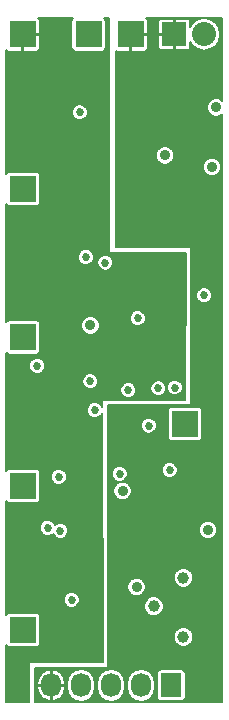
<source format=gbr>
G04 #@! TF.FileFunction,Copper,L3,Inr,Signal*
%FSLAX46Y46*%
G04 Gerber Fmt 4.6, Leading zero omitted, Abs format (unit mm)*
G04 Created by KiCad (PCBNEW 0.201505262310+5684~23~ubuntu14.04.1-product) date Mon 01 Jun 2015 21:54:35 CEST*
%MOMM*%
G01*
G04 APERTURE LIST*
%ADD10C,0.100000*%
%ADD11R,2.032000X2.032000*%
%ADD12O,2.032000X2.032000*%
%ADD13R,2.235200X2.235200*%
%ADD14R,1.727200X2.032000*%
%ADD15O,1.727200X2.032000*%
%ADD16C,1.000000*%
%ADD17C,0.889000*%
%ADD18C,0.685800*%
%ADD19C,0.152400*%
G04 APERTURE END LIST*
D10*
D11*
X82804000Y-77978000D03*
D12*
X85344000Y-77978000D03*
D13*
X69977000Y-77978000D03*
X75539600Y-77978000D03*
X79121000Y-77978000D03*
D14*
X82550000Y-133096000D03*
D15*
X80010000Y-133096000D03*
X77470000Y-133096000D03*
X74930000Y-133096000D03*
X72390000Y-133096000D03*
D13*
X69977000Y-91059000D03*
X69977000Y-103632000D03*
X69977000Y-116205000D03*
X69977000Y-128397000D03*
D16*
X83566000Y-123992000D03*
X81066000Y-126392000D03*
X83566000Y-128992000D03*
D13*
X83705700Y-110947200D03*
D17*
X85852000Y-128270000D03*
X83820000Y-93980000D03*
X80772000Y-87249000D03*
X85090000Y-102616000D03*
X77851000Y-117792500D03*
X85788500Y-113792000D03*
X78422500Y-116649500D03*
X75692000Y-102616000D03*
X82003900Y-88226900D03*
X86354920Y-84160360D03*
X85973920Y-89214960D03*
X79603600Y-124754640D03*
X85664040Y-119948960D03*
D18*
X82397600Y-114858800D03*
X81445100Y-107937300D03*
X79717900Y-102006400D03*
X76962000Y-97307400D03*
X74803000Y-84582000D03*
X75692000Y-107340400D03*
X80645000Y-111099600D03*
X75311000Y-96837500D03*
X82842100Y-107873800D03*
X71183500Y-106045000D03*
X76073000Y-109791500D03*
X72072500Y-119761000D03*
X73025000Y-115443000D03*
X78905100Y-108089700D03*
X74104500Y-125857000D03*
X73152000Y-120002300D03*
X85318600Y-100076000D03*
D17*
X76200000Y-89916000D03*
X81089500Y-101346000D03*
X75628500Y-101346000D03*
X72263000Y-101092000D03*
X72390000Y-88646000D03*
X81089500Y-103886000D03*
X75628500Y-103949500D03*
X72834500Y-126809500D03*
X72707500Y-114236500D03*
D18*
X78168500Y-115189000D03*
D19*
G36*
X83756423Y-96469200D02*
X83743877Y-108889800D01*
X83515317Y-108889800D01*
X83515317Y-107740499D01*
X83413059Y-107493017D01*
X83223878Y-107303506D01*
X82976575Y-107200817D01*
X82708799Y-107200583D01*
X82461317Y-107302841D01*
X82271806Y-107492022D01*
X82169117Y-107739325D01*
X82168883Y-108007101D01*
X82271141Y-108254583D01*
X82460322Y-108444094D01*
X82707625Y-108546783D01*
X82975401Y-108547017D01*
X83222883Y-108444759D01*
X83412394Y-108255578D01*
X83515083Y-108008275D01*
X83515317Y-107740499D01*
X83515317Y-108889800D01*
X82118317Y-108889800D01*
X82118317Y-107803999D01*
X82016059Y-107556517D01*
X81826878Y-107367006D01*
X81579575Y-107264317D01*
X81311799Y-107264083D01*
X81064317Y-107366341D01*
X80874806Y-107555522D01*
X80772117Y-107802825D01*
X80771883Y-108070601D01*
X80874141Y-108318083D01*
X81063322Y-108507594D01*
X81310625Y-108610283D01*
X81578401Y-108610517D01*
X81825883Y-108508259D01*
X82015394Y-108319078D01*
X82118083Y-108071775D01*
X82118317Y-107803999D01*
X82118317Y-108889800D01*
X80391117Y-108889800D01*
X80391117Y-101873099D01*
X80288859Y-101625617D01*
X80099678Y-101436106D01*
X79852375Y-101333417D01*
X79584599Y-101333183D01*
X79337117Y-101435441D01*
X79147606Y-101624622D01*
X79044917Y-101871925D01*
X79044683Y-102139701D01*
X79146941Y-102387183D01*
X79336122Y-102576694D01*
X79583425Y-102679383D01*
X79851201Y-102679617D01*
X80098683Y-102577359D01*
X80288194Y-102388178D01*
X80390883Y-102140875D01*
X80391117Y-101873099D01*
X80391117Y-108889800D01*
X79578317Y-108889800D01*
X79578317Y-107956399D01*
X79476059Y-107708917D01*
X79286878Y-107519406D01*
X79039575Y-107416717D01*
X78771799Y-107416483D01*
X78524317Y-107518741D01*
X78334806Y-107707922D01*
X78232117Y-107955225D01*
X78231883Y-108223001D01*
X78334141Y-108470483D01*
X78523322Y-108659994D01*
X78770625Y-108762683D01*
X79038401Y-108762917D01*
X79285883Y-108660659D01*
X79475394Y-108471478D01*
X79578083Y-108224175D01*
X79578317Y-107956399D01*
X79578317Y-108889800D01*
X77635217Y-108889800D01*
X77635217Y-97174099D01*
X77532959Y-96926617D01*
X77343778Y-96737106D01*
X77096475Y-96634417D01*
X76828699Y-96634183D01*
X76581217Y-96736441D01*
X76391706Y-96925622D01*
X76289017Y-97172925D01*
X76288783Y-97440701D01*
X76391041Y-97688183D01*
X76580222Y-97877694D01*
X76827525Y-97980383D01*
X77095301Y-97980617D01*
X77342783Y-97878359D01*
X77532294Y-97689178D01*
X77634983Y-97441875D01*
X77635217Y-97174099D01*
X77635217Y-108889800D01*
X76695082Y-108889800D01*
X76696939Y-109538939D01*
X76643959Y-109410717D01*
X76466834Y-109233283D01*
X76466834Y-102462579D01*
X76349141Y-102177741D01*
X76131405Y-101959624D01*
X75984217Y-101898506D01*
X75984217Y-96704199D01*
X75881959Y-96456717D01*
X75692778Y-96267206D01*
X75476217Y-96177282D01*
X75476217Y-84448699D01*
X75373959Y-84201217D01*
X75184778Y-84011706D01*
X74937475Y-83909017D01*
X74669699Y-83908783D01*
X74422217Y-84011041D01*
X74232706Y-84200222D01*
X74130017Y-84447525D01*
X74129783Y-84715301D01*
X74232041Y-84962783D01*
X74421222Y-85152294D01*
X74668525Y-85254983D01*
X74936301Y-85255217D01*
X75183783Y-85152959D01*
X75373294Y-84963778D01*
X75475983Y-84716475D01*
X75476217Y-84448699D01*
X75476217Y-96177282D01*
X75445475Y-96164517D01*
X75177699Y-96164283D01*
X74930217Y-96266541D01*
X74740706Y-96455722D01*
X74638017Y-96703025D01*
X74637783Y-96970801D01*
X74740041Y-97218283D01*
X74929222Y-97407794D01*
X75176525Y-97510483D01*
X75444301Y-97510717D01*
X75691783Y-97408459D01*
X75881294Y-97219278D01*
X75983983Y-96971975D01*
X75984217Y-96704199D01*
X75984217Y-101898506D01*
X75846773Y-101841435D01*
X75538579Y-101841166D01*
X75253741Y-101958859D01*
X75035624Y-102176595D01*
X74917435Y-102461227D01*
X74917166Y-102769421D01*
X75034859Y-103054259D01*
X75252595Y-103272376D01*
X75537227Y-103390565D01*
X75845421Y-103390834D01*
X76130259Y-103273141D01*
X76348376Y-103055405D01*
X76466565Y-102770773D01*
X76466834Y-102462579D01*
X76466834Y-109233283D01*
X76454778Y-109221206D01*
X76365217Y-109184017D01*
X76365217Y-107207099D01*
X76262959Y-106959617D01*
X76073778Y-106770106D01*
X75826475Y-106667417D01*
X75558699Y-106667183D01*
X75311217Y-106769441D01*
X75121706Y-106958622D01*
X75019017Y-107205925D01*
X75018783Y-107473701D01*
X75121041Y-107721183D01*
X75310222Y-107910694D01*
X75557525Y-108013383D01*
X75825301Y-108013617D01*
X76072783Y-107911359D01*
X76262294Y-107722178D01*
X76364983Y-107474875D01*
X76365217Y-107207099D01*
X76365217Y-109184017D01*
X76207475Y-109118517D01*
X75939699Y-109118283D01*
X75692217Y-109220541D01*
X75502706Y-109409722D01*
X75400017Y-109657025D01*
X75399783Y-109924801D01*
X75502041Y-110172283D01*
X75691222Y-110361794D01*
X75938525Y-110464483D01*
X76206301Y-110464717D01*
X76453783Y-110362459D01*
X76643294Y-110173278D01*
X76698375Y-110040626D01*
X76758582Y-131076700D01*
X74777717Y-131076700D01*
X74777717Y-125723699D01*
X74675459Y-125476217D01*
X74486278Y-125286706D01*
X74238975Y-125184017D01*
X73971199Y-125183783D01*
X73825217Y-125244101D01*
X73825217Y-119868999D01*
X73722959Y-119621517D01*
X73698217Y-119596731D01*
X73698217Y-115309699D01*
X73595959Y-115062217D01*
X73406778Y-114872706D01*
X73159475Y-114770017D01*
X72891699Y-114769783D01*
X72644217Y-114872041D01*
X72454706Y-115061222D01*
X72352017Y-115308525D01*
X72351783Y-115576301D01*
X72454041Y-115823783D01*
X72643222Y-116013294D01*
X72890525Y-116115983D01*
X73158301Y-116116217D01*
X73405783Y-116013959D01*
X73595294Y-115824778D01*
X73697983Y-115577475D01*
X73698217Y-115309699D01*
X73698217Y-119596731D01*
X73533778Y-119432006D01*
X73286475Y-119329317D01*
X73018699Y-119329083D01*
X72771217Y-119431341D01*
X72695722Y-119506703D01*
X72643459Y-119380217D01*
X72454278Y-119190706D01*
X72206975Y-119088017D01*
X71939199Y-119087783D01*
X71856717Y-119121864D01*
X71856717Y-105911699D01*
X71754459Y-105664217D01*
X71565278Y-105474706D01*
X71317975Y-105372017D01*
X71050199Y-105371783D01*
X70802717Y-105474041D01*
X70613206Y-105663222D01*
X70510517Y-105910525D01*
X70510283Y-106178301D01*
X70612541Y-106425783D01*
X70801722Y-106615294D01*
X71049025Y-106717983D01*
X71316801Y-106718217D01*
X71564283Y-106615959D01*
X71753794Y-106426778D01*
X71856483Y-106179475D01*
X71856717Y-105911699D01*
X71856717Y-119121864D01*
X71691717Y-119190041D01*
X71502206Y-119379222D01*
X71399517Y-119626525D01*
X71399283Y-119894301D01*
X71501541Y-120141783D01*
X71690722Y-120331294D01*
X71938025Y-120433983D01*
X72205801Y-120434217D01*
X72453283Y-120331959D01*
X72528777Y-120256596D01*
X72581041Y-120383083D01*
X72770222Y-120572594D01*
X73017525Y-120675283D01*
X73285301Y-120675517D01*
X73532783Y-120573259D01*
X73722294Y-120384078D01*
X73824983Y-120136775D01*
X73825217Y-119868999D01*
X73825217Y-125244101D01*
X73723717Y-125286041D01*
X73534206Y-125475222D01*
X73431517Y-125722525D01*
X73431283Y-125990301D01*
X73533541Y-126237783D01*
X73722722Y-126427294D01*
X73970025Y-126529983D01*
X74237801Y-126530217D01*
X74485283Y-126427959D01*
X74674794Y-126238778D01*
X74777483Y-125991475D01*
X74777717Y-125723699D01*
X74777717Y-131076700D01*
X70497700Y-131076700D01*
X70497700Y-134493800D01*
X68579200Y-134493800D01*
X68579200Y-129689280D01*
X68619850Y-129751162D01*
X68729587Y-129825236D01*
X68859400Y-129851269D01*
X71094600Y-129851269D01*
X71220504Y-129826841D01*
X71331162Y-129754150D01*
X71405236Y-129644413D01*
X71431269Y-129514600D01*
X71431269Y-127279400D01*
X71406841Y-127153496D01*
X71334150Y-127042838D01*
X71224413Y-126968764D01*
X71094600Y-126942731D01*
X68859400Y-126942731D01*
X68733496Y-126967159D01*
X68622838Y-127039850D01*
X68579200Y-127104497D01*
X68579200Y-117497280D01*
X68619850Y-117559162D01*
X68729587Y-117633236D01*
X68859400Y-117659269D01*
X71094600Y-117659269D01*
X71220504Y-117634841D01*
X71331162Y-117562150D01*
X71405236Y-117452413D01*
X71431269Y-117322600D01*
X71431269Y-115087400D01*
X71406841Y-114961496D01*
X71334150Y-114850838D01*
X71224413Y-114776764D01*
X71094600Y-114750731D01*
X68859400Y-114750731D01*
X68733496Y-114775159D01*
X68622838Y-114847850D01*
X68579200Y-114912497D01*
X68579200Y-104924280D01*
X68619850Y-104986162D01*
X68729587Y-105060236D01*
X68859400Y-105086269D01*
X71094600Y-105086269D01*
X71220504Y-105061841D01*
X71331162Y-104989150D01*
X71405236Y-104879413D01*
X71431269Y-104749600D01*
X71431269Y-102514400D01*
X71406841Y-102388496D01*
X71334150Y-102277838D01*
X71224413Y-102203764D01*
X71094600Y-102177731D01*
X68859400Y-102177731D01*
X68733496Y-102202159D01*
X68622838Y-102274850D01*
X68579200Y-102339497D01*
X68579200Y-92351280D01*
X68619850Y-92413162D01*
X68729587Y-92487236D01*
X68859400Y-92513269D01*
X71094600Y-92513269D01*
X71220504Y-92488841D01*
X71331162Y-92416150D01*
X71405236Y-92306413D01*
X71431269Y-92176600D01*
X71431269Y-89941400D01*
X71424800Y-89908058D01*
X71424800Y-79161281D01*
X71424800Y-79029919D01*
X71424800Y-78111350D01*
X71342250Y-78028800D01*
X70027800Y-78028800D01*
X70027800Y-79343250D01*
X70110350Y-79425800D01*
X71160281Y-79425800D01*
X71281643Y-79375530D01*
X71374530Y-79282643D01*
X71424800Y-79161281D01*
X71424800Y-89908058D01*
X71406841Y-89815496D01*
X71334150Y-89704838D01*
X71224413Y-89630764D01*
X71094600Y-89604731D01*
X68859400Y-89604731D01*
X68733496Y-89629159D01*
X68622838Y-89701850D01*
X68579200Y-89766497D01*
X68579200Y-79281991D01*
X68579470Y-79282643D01*
X68672357Y-79375530D01*
X68793719Y-79425800D01*
X69843650Y-79425800D01*
X69926200Y-79343250D01*
X69926200Y-78028800D01*
X69906200Y-78028800D01*
X69906200Y-77927200D01*
X69926200Y-77927200D01*
X69926200Y-77907200D01*
X70027800Y-77907200D01*
X70027800Y-77927200D01*
X71342250Y-77927200D01*
X71424800Y-77844650D01*
X71424800Y-76926081D01*
X71424800Y-76794719D01*
X71374530Y-76673357D01*
X71281643Y-76580470D01*
X71280991Y-76580200D01*
X74247319Y-76580200D01*
X74185438Y-76620850D01*
X74111364Y-76730587D01*
X74085331Y-76860400D01*
X74085331Y-79095600D01*
X74109759Y-79221504D01*
X74182450Y-79332162D01*
X74292187Y-79406236D01*
X74422000Y-79432269D01*
X76657200Y-79432269D01*
X76783104Y-79407841D01*
X76893762Y-79335150D01*
X76967836Y-79225413D01*
X76993869Y-79095600D01*
X76993869Y-76860400D01*
X76969441Y-76734496D01*
X76896750Y-76623838D01*
X76832102Y-76580200D01*
X77291737Y-76580200D01*
X77266704Y-96469200D01*
X83756423Y-96469200D01*
X83756423Y-96469200D01*
G37*
X83756423Y-96469200D02*
X83743877Y-108889800D01*
X83515317Y-108889800D01*
X83515317Y-107740499D01*
X83413059Y-107493017D01*
X83223878Y-107303506D01*
X82976575Y-107200817D01*
X82708799Y-107200583D01*
X82461317Y-107302841D01*
X82271806Y-107492022D01*
X82169117Y-107739325D01*
X82168883Y-108007101D01*
X82271141Y-108254583D01*
X82460322Y-108444094D01*
X82707625Y-108546783D01*
X82975401Y-108547017D01*
X83222883Y-108444759D01*
X83412394Y-108255578D01*
X83515083Y-108008275D01*
X83515317Y-107740499D01*
X83515317Y-108889800D01*
X82118317Y-108889800D01*
X82118317Y-107803999D01*
X82016059Y-107556517D01*
X81826878Y-107367006D01*
X81579575Y-107264317D01*
X81311799Y-107264083D01*
X81064317Y-107366341D01*
X80874806Y-107555522D01*
X80772117Y-107802825D01*
X80771883Y-108070601D01*
X80874141Y-108318083D01*
X81063322Y-108507594D01*
X81310625Y-108610283D01*
X81578401Y-108610517D01*
X81825883Y-108508259D01*
X82015394Y-108319078D01*
X82118083Y-108071775D01*
X82118317Y-107803999D01*
X82118317Y-108889800D01*
X80391117Y-108889800D01*
X80391117Y-101873099D01*
X80288859Y-101625617D01*
X80099678Y-101436106D01*
X79852375Y-101333417D01*
X79584599Y-101333183D01*
X79337117Y-101435441D01*
X79147606Y-101624622D01*
X79044917Y-101871925D01*
X79044683Y-102139701D01*
X79146941Y-102387183D01*
X79336122Y-102576694D01*
X79583425Y-102679383D01*
X79851201Y-102679617D01*
X80098683Y-102577359D01*
X80288194Y-102388178D01*
X80390883Y-102140875D01*
X80391117Y-101873099D01*
X80391117Y-108889800D01*
X79578317Y-108889800D01*
X79578317Y-107956399D01*
X79476059Y-107708917D01*
X79286878Y-107519406D01*
X79039575Y-107416717D01*
X78771799Y-107416483D01*
X78524317Y-107518741D01*
X78334806Y-107707922D01*
X78232117Y-107955225D01*
X78231883Y-108223001D01*
X78334141Y-108470483D01*
X78523322Y-108659994D01*
X78770625Y-108762683D01*
X79038401Y-108762917D01*
X79285883Y-108660659D01*
X79475394Y-108471478D01*
X79578083Y-108224175D01*
X79578317Y-107956399D01*
X79578317Y-108889800D01*
X77635217Y-108889800D01*
X77635217Y-97174099D01*
X77532959Y-96926617D01*
X77343778Y-96737106D01*
X77096475Y-96634417D01*
X76828699Y-96634183D01*
X76581217Y-96736441D01*
X76391706Y-96925622D01*
X76289017Y-97172925D01*
X76288783Y-97440701D01*
X76391041Y-97688183D01*
X76580222Y-97877694D01*
X76827525Y-97980383D01*
X77095301Y-97980617D01*
X77342783Y-97878359D01*
X77532294Y-97689178D01*
X77634983Y-97441875D01*
X77635217Y-97174099D01*
X77635217Y-108889800D01*
X76695082Y-108889800D01*
X76696939Y-109538939D01*
X76643959Y-109410717D01*
X76466834Y-109233283D01*
X76466834Y-102462579D01*
X76349141Y-102177741D01*
X76131405Y-101959624D01*
X75984217Y-101898506D01*
X75984217Y-96704199D01*
X75881959Y-96456717D01*
X75692778Y-96267206D01*
X75476217Y-96177282D01*
X75476217Y-84448699D01*
X75373959Y-84201217D01*
X75184778Y-84011706D01*
X74937475Y-83909017D01*
X74669699Y-83908783D01*
X74422217Y-84011041D01*
X74232706Y-84200222D01*
X74130017Y-84447525D01*
X74129783Y-84715301D01*
X74232041Y-84962783D01*
X74421222Y-85152294D01*
X74668525Y-85254983D01*
X74936301Y-85255217D01*
X75183783Y-85152959D01*
X75373294Y-84963778D01*
X75475983Y-84716475D01*
X75476217Y-84448699D01*
X75476217Y-96177282D01*
X75445475Y-96164517D01*
X75177699Y-96164283D01*
X74930217Y-96266541D01*
X74740706Y-96455722D01*
X74638017Y-96703025D01*
X74637783Y-96970801D01*
X74740041Y-97218283D01*
X74929222Y-97407794D01*
X75176525Y-97510483D01*
X75444301Y-97510717D01*
X75691783Y-97408459D01*
X75881294Y-97219278D01*
X75983983Y-96971975D01*
X75984217Y-96704199D01*
X75984217Y-101898506D01*
X75846773Y-101841435D01*
X75538579Y-101841166D01*
X75253741Y-101958859D01*
X75035624Y-102176595D01*
X74917435Y-102461227D01*
X74917166Y-102769421D01*
X75034859Y-103054259D01*
X75252595Y-103272376D01*
X75537227Y-103390565D01*
X75845421Y-103390834D01*
X76130259Y-103273141D01*
X76348376Y-103055405D01*
X76466565Y-102770773D01*
X76466834Y-102462579D01*
X76466834Y-109233283D01*
X76454778Y-109221206D01*
X76365217Y-109184017D01*
X76365217Y-107207099D01*
X76262959Y-106959617D01*
X76073778Y-106770106D01*
X75826475Y-106667417D01*
X75558699Y-106667183D01*
X75311217Y-106769441D01*
X75121706Y-106958622D01*
X75019017Y-107205925D01*
X75018783Y-107473701D01*
X75121041Y-107721183D01*
X75310222Y-107910694D01*
X75557525Y-108013383D01*
X75825301Y-108013617D01*
X76072783Y-107911359D01*
X76262294Y-107722178D01*
X76364983Y-107474875D01*
X76365217Y-107207099D01*
X76365217Y-109184017D01*
X76207475Y-109118517D01*
X75939699Y-109118283D01*
X75692217Y-109220541D01*
X75502706Y-109409722D01*
X75400017Y-109657025D01*
X75399783Y-109924801D01*
X75502041Y-110172283D01*
X75691222Y-110361794D01*
X75938525Y-110464483D01*
X76206301Y-110464717D01*
X76453783Y-110362459D01*
X76643294Y-110173278D01*
X76698375Y-110040626D01*
X76758582Y-131076700D01*
X74777717Y-131076700D01*
X74777717Y-125723699D01*
X74675459Y-125476217D01*
X74486278Y-125286706D01*
X74238975Y-125184017D01*
X73971199Y-125183783D01*
X73825217Y-125244101D01*
X73825217Y-119868999D01*
X73722959Y-119621517D01*
X73698217Y-119596731D01*
X73698217Y-115309699D01*
X73595959Y-115062217D01*
X73406778Y-114872706D01*
X73159475Y-114770017D01*
X72891699Y-114769783D01*
X72644217Y-114872041D01*
X72454706Y-115061222D01*
X72352017Y-115308525D01*
X72351783Y-115576301D01*
X72454041Y-115823783D01*
X72643222Y-116013294D01*
X72890525Y-116115983D01*
X73158301Y-116116217D01*
X73405783Y-116013959D01*
X73595294Y-115824778D01*
X73697983Y-115577475D01*
X73698217Y-115309699D01*
X73698217Y-119596731D01*
X73533778Y-119432006D01*
X73286475Y-119329317D01*
X73018699Y-119329083D01*
X72771217Y-119431341D01*
X72695722Y-119506703D01*
X72643459Y-119380217D01*
X72454278Y-119190706D01*
X72206975Y-119088017D01*
X71939199Y-119087783D01*
X71856717Y-119121864D01*
X71856717Y-105911699D01*
X71754459Y-105664217D01*
X71565278Y-105474706D01*
X71317975Y-105372017D01*
X71050199Y-105371783D01*
X70802717Y-105474041D01*
X70613206Y-105663222D01*
X70510517Y-105910525D01*
X70510283Y-106178301D01*
X70612541Y-106425783D01*
X70801722Y-106615294D01*
X71049025Y-106717983D01*
X71316801Y-106718217D01*
X71564283Y-106615959D01*
X71753794Y-106426778D01*
X71856483Y-106179475D01*
X71856717Y-105911699D01*
X71856717Y-119121864D01*
X71691717Y-119190041D01*
X71502206Y-119379222D01*
X71399517Y-119626525D01*
X71399283Y-119894301D01*
X71501541Y-120141783D01*
X71690722Y-120331294D01*
X71938025Y-120433983D01*
X72205801Y-120434217D01*
X72453283Y-120331959D01*
X72528777Y-120256596D01*
X72581041Y-120383083D01*
X72770222Y-120572594D01*
X73017525Y-120675283D01*
X73285301Y-120675517D01*
X73532783Y-120573259D01*
X73722294Y-120384078D01*
X73824983Y-120136775D01*
X73825217Y-119868999D01*
X73825217Y-125244101D01*
X73723717Y-125286041D01*
X73534206Y-125475222D01*
X73431517Y-125722525D01*
X73431283Y-125990301D01*
X73533541Y-126237783D01*
X73722722Y-126427294D01*
X73970025Y-126529983D01*
X74237801Y-126530217D01*
X74485283Y-126427959D01*
X74674794Y-126238778D01*
X74777483Y-125991475D01*
X74777717Y-125723699D01*
X74777717Y-131076700D01*
X70497700Y-131076700D01*
X70497700Y-134493800D01*
X68579200Y-134493800D01*
X68579200Y-129689280D01*
X68619850Y-129751162D01*
X68729587Y-129825236D01*
X68859400Y-129851269D01*
X71094600Y-129851269D01*
X71220504Y-129826841D01*
X71331162Y-129754150D01*
X71405236Y-129644413D01*
X71431269Y-129514600D01*
X71431269Y-127279400D01*
X71406841Y-127153496D01*
X71334150Y-127042838D01*
X71224413Y-126968764D01*
X71094600Y-126942731D01*
X68859400Y-126942731D01*
X68733496Y-126967159D01*
X68622838Y-127039850D01*
X68579200Y-127104497D01*
X68579200Y-117497280D01*
X68619850Y-117559162D01*
X68729587Y-117633236D01*
X68859400Y-117659269D01*
X71094600Y-117659269D01*
X71220504Y-117634841D01*
X71331162Y-117562150D01*
X71405236Y-117452413D01*
X71431269Y-117322600D01*
X71431269Y-115087400D01*
X71406841Y-114961496D01*
X71334150Y-114850838D01*
X71224413Y-114776764D01*
X71094600Y-114750731D01*
X68859400Y-114750731D01*
X68733496Y-114775159D01*
X68622838Y-114847850D01*
X68579200Y-114912497D01*
X68579200Y-104924280D01*
X68619850Y-104986162D01*
X68729587Y-105060236D01*
X68859400Y-105086269D01*
X71094600Y-105086269D01*
X71220504Y-105061841D01*
X71331162Y-104989150D01*
X71405236Y-104879413D01*
X71431269Y-104749600D01*
X71431269Y-102514400D01*
X71406841Y-102388496D01*
X71334150Y-102277838D01*
X71224413Y-102203764D01*
X71094600Y-102177731D01*
X68859400Y-102177731D01*
X68733496Y-102202159D01*
X68622838Y-102274850D01*
X68579200Y-102339497D01*
X68579200Y-92351280D01*
X68619850Y-92413162D01*
X68729587Y-92487236D01*
X68859400Y-92513269D01*
X71094600Y-92513269D01*
X71220504Y-92488841D01*
X71331162Y-92416150D01*
X71405236Y-92306413D01*
X71431269Y-92176600D01*
X71431269Y-89941400D01*
X71424800Y-89908058D01*
X71424800Y-79161281D01*
X71424800Y-79029919D01*
X71424800Y-78111350D01*
X71342250Y-78028800D01*
X70027800Y-78028800D01*
X70027800Y-79343250D01*
X70110350Y-79425800D01*
X71160281Y-79425800D01*
X71281643Y-79375530D01*
X71374530Y-79282643D01*
X71424800Y-79161281D01*
X71424800Y-89908058D01*
X71406841Y-89815496D01*
X71334150Y-89704838D01*
X71224413Y-89630764D01*
X71094600Y-89604731D01*
X68859400Y-89604731D01*
X68733496Y-89629159D01*
X68622838Y-89701850D01*
X68579200Y-89766497D01*
X68579200Y-79281991D01*
X68579470Y-79282643D01*
X68672357Y-79375530D01*
X68793719Y-79425800D01*
X69843650Y-79425800D01*
X69926200Y-79343250D01*
X69926200Y-78028800D01*
X69906200Y-78028800D01*
X69906200Y-77927200D01*
X69926200Y-77927200D01*
X69926200Y-77907200D01*
X70027800Y-77907200D01*
X70027800Y-77927200D01*
X71342250Y-77927200D01*
X71424800Y-77844650D01*
X71424800Y-76926081D01*
X71424800Y-76794719D01*
X71374530Y-76673357D01*
X71281643Y-76580470D01*
X71280991Y-76580200D01*
X74247319Y-76580200D01*
X74185438Y-76620850D01*
X74111364Y-76730587D01*
X74085331Y-76860400D01*
X74085331Y-79095600D01*
X74109759Y-79221504D01*
X74182450Y-79332162D01*
X74292187Y-79406236D01*
X74422000Y-79432269D01*
X76657200Y-79432269D01*
X76783104Y-79407841D01*
X76893762Y-79335150D01*
X76967836Y-79225413D01*
X76993869Y-79095600D01*
X76993869Y-76860400D01*
X76969441Y-76734496D01*
X76896750Y-76623838D01*
X76832102Y-76580200D01*
X77291737Y-76580200D01*
X77266704Y-96469200D01*
X83756423Y-96469200D01*
G36*
X86868800Y-134493800D02*
X86748754Y-134493800D01*
X86748754Y-89061539D01*
X86631061Y-88776701D01*
X86413325Y-88558584D01*
X86128693Y-88440395D01*
X85820499Y-88440126D01*
X85535661Y-88557819D01*
X85317544Y-88775555D01*
X85199355Y-89060187D01*
X85199086Y-89368381D01*
X85316779Y-89653219D01*
X85534515Y-89871336D01*
X85819147Y-89989525D01*
X86127341Y-89989794D01*
X86412179Y-89872101D01*
X86630296Y-89654365D01*
X86748485Y-89369733D01*
X86748754Y-89061539D01*
X86748754Y-134493800D01*
X86438874Y-134493800D01*
X86438874Y-119795539D01*
X86321181Y-119510701D01*
X86103445Y-119292584D01*
X85991817Y-119246232D01*
X85991817Y-99942699D01*
X85889559Y-99695217D01*
X85700378Y-99505706D01*
X85453075Y-99403017D01*
X85185299Y-99402783D01*
X84937817Y-99505041D01*
X84748306Y-99694222D01*
X84645617Y-99941525D01*
X84645383Y-100209301D01*
X84747641Y-100456783D01*
X84936822Y-100646294D01*
X85184125Y-100748983D01*
X85451901Y-100749217D01*
X85699383Y-100646959D01*
X85888894Y-100457778D01*
X85991583Y-100210475D01*
X85991817Y-99942699D01*
X85991817Y-119246232D01*
X85818813Y-119174395D01*
X85510619Y-119174126D01*
X85225781Y-119291819D01*
X85159969Y-119357516D01*
X85159969Y-112064800D01*
X85159969Y-109829600D01*
X85135541Y-109703696D01*
X85062850Y-109593038D01*
X84953113Y-109518964D01*
X84823300Y-109492931D01*
X82588100Y-109492931D01*
X82462196Y-109517359D01*
X82351538Y-109590050D01*
X82277464Y-109699787D01*
X82251431Y-109829600D01*
X82251431Y-112064800D01*
X82275859Y-112190704D01*
X82348550Y-112301362D01*
X82458287Y-112375436D01*
X82588100Y-112401469D01*
X84823300Y-112401469D01*
X84949204Y-112377041D01*
X85059862Y-112304350D01*
X85133936Y-112194613D01*
X85159969Y-112064800D01*
X85159969Y-119357516D01*
X85007664Y-119509555D01*
X84889475Y-119794187D01*
X84889206Y-120102381D01*
X85006899Y-120387219D01*
X85224635Y-120605336D01*
X85509267Y-120723525D01*
X85817461Y-120723794D01*
X86102299Y-120606101D01*
X86320416Y-120388365D01*
X86438605Y-120103733D01*
X86438874Y-119795539D01*
X86438874Y-134493800D01*
X84396344Y-134493800D01*
X84396344Y-128827587D01*
X84396344Y-123827587D01*
X84270220Y-123522344D01*
X84036885Y-123288601D01*
X83731862Y-123161944D01*
X83401587Y-123161656D01*
X83096344Y-123287780D01*
X83070817Y-123313262D01*
X83070817Y-114725499D01*
X82968559Y-114478017D01*
X82779378Y-114288506D01*
X82532075Y-114185817D01*
X82264299Y-114185583D01*
X82016817Y-114287841D01*
X81827306Y-114477022D01*
X81724617Y-114724325D01*
X81724383Y-114992101D01*
X81826641Y-115239583D01*
X82015822Y-115429094D01*
X82263125Y-115531783D01*
X82530901Y-115532017D01*
X82778383Y-115429759D01*
X82967894Y-115240578D01*
X83070583Y-114993275D01*
X83070817Y-114725499D01*
X83070817Y-123313262D01*
X82862601Y-123521115D01*
X82735944Y-123826138D01*
X82735656Y-124156413D01*
X82861780Y-124461656D01*
X83095115Y-124695399D01*
X83400138Y-124822056D01*
X83730413Y-124822344D01*
X84035656Y-124696220D01*
X84269399Y-124462885D01*
X84396056Y-124157862D01*
X84396344Y-123827587D01*
X84396344Y-128827587D01*
X84270220Y-128522344D01*
X84036885Y-128288601D01*
X83731862Y-128161944D01*
X83401587Y-128161656D01*
X83096344Y-128287780D01*
X82862601Y-128521115D01*
X82735944Y-128826138D01*
X82735656Y-129156413D01*
X82861780Y-129461656D01*
X83095115Y-129695399D01*
X83400138Y-129822056D01*
X83730413Y-129822344D01*
X84035656Y-129696220D01*
X84269399Y-129462885D01*
X84396056Y-129157862D01*
X84396344Y-128827587D01*
X84396344Y-134493800D01*
X83750269Y-134493800D01*
X83750269Y-134112000D01*
X83750269Y-132080000D01*
X83725841Y-131954096D01*
X83653150Y-131843438D01*
X83543413Y-131769364D01*
X83413600Y-131743331D01*
X81896344Y-131743331D01*
X81896344Y-126227587D01*
X81770220Y-125922344D01*
X81536885Y-125688601D01*
X81318217Y-125597801D01*
X81318217Y-110966299D01*
X81215959Y-110718817D01*
X81026778Y-110529306D01*
X80779475Y-110426617D01*
X80511699Y-110426383D01*
X80264217Y-110528641D01*
X80074706Y-110717822D01*
X79972017Y-110965125D01*
X79971783Y-111232901D01*
X80074041Y-111480383D01*
X80263222Y-111669894D01*
X80510525Y-111772583D01*
X80778301Y-111772817D01*
X81025783Y-111670559D01*
X81215294Y-111481378D01*
X81317983Y-111234075D01*
X81318217Y-110966299D01*
X81318217Y-125597801D01*
X81231862Y-125561944D01*
X80901587Y-125561656D01*
X80596344Y-125687780D01*
X80378434Y-125905309D01*
X80378434Y-124601219D01*
X80260741Y-124316381D01*
X80043005Y-124098264D01*
X79758373Y-123980075D01*
X79450179Y-123979806D01*
X79197334Y-124084279D01*
X79197334Y-116496079D01*
X79079641Y-116211241D01*
X78861905Y-115993124D01*
X78841717Y-115984741D01*
X78841717Y-115055699D01*
X78739459Y-114808217D01*
X78550278Y-114618706D01*
X78302975Y-114516017D01*
X78035199Y-114515783D01*
X77787717Y-114618041D01*
X77598206Y-114807222D01*
X77495517Y-115054525D01*
X77495283Y-115322301D01*
X77597541Y-115569783D01*
X77786722Y-115759294D01*
X78034025Y-115861983D01*
X78301801Y-115862217D01*
X78549283Y-115759959D01*
X78738794Y-115570778D01*
X78841483Y-115323475D01*
X78841717Y-115055699D01*
X78841717Y-115984741D01*
X78577273Y-115874935D01*
X78269079Y-115874666D01*
X77984241Y-115992359D01*
X77766124Y-116210095D01*
X77647935Y-116494727D01*
X77647666Y-116802921D01*
X77765359Y-117087759D01*
X77983095Y-117305876D01*
X78267727Y-117424065D01*
X78575921Y-117424334D01*
X78860759Y-117306641D01*
X79078876Y-117088905D01*
X79197065Y-116804273D01*
X79197334Y-116496079D01*
X79197334Y-124084279D01*
X79165341Y-124097499D01*
X78947224Y-124315235D01*
X78829035Y-124599867D01*
X78828766Y-124908061D01*
X78946459Y-125192899D01*
X79164195Y-125411016D01*
X79448827Y-125529205D01*
X79757021Y-125529474D01*
X80041859Y-125411781D01*
X80259976Y-125194045D01*
X80378165Y-124909413D01*
X80378434Y-124601219D01*
X80378434Y-125905309D01*
X80362601Y-125921115D01*
X80235944Y-126226138D01*
X80235656Y-126556413D01*
X80361780Y-126861656D01*
X80595115Y-127095399D01*
X80900138Y-127222056D01*
X81230413Y-127222344D01*
X81535656Y-127096220D01*
X81769399Y-126862885D01*
X81896056Y-126557862D01*
X81896344Y-126227587D01*
X81896344Y-131743331D01*
X81686400Y-131743331D01*
X81560496Y-131767759D01*
X81449838Y-131840450D01*
X81375764Y-131950187D01*
X81349731Y-132080000D01*
X81349731Y-134112000D01*
X81374159Y-134237904D01*
X81446850Y-134348562D01*
X81556587Y-134422636D01*
X81686400Y-134448669D01*
X83413600Y-134448669D01*
X83539504Y-134424241D01*
X83650162Y-134351550D01*
X83724236Y-134241813D01*
X83750269Y-134112000D01*
X83750269Y-134493800D01*
X81203800Y-134493800D01*
X81203800Y-133274774D01*
X81203800Y-132917226D01*
X81112927Y-132460379D01*
X80854144Y-132073082D01*
X80466847Y-131814299D01*
X80010000Y-131723426D01*
X79553153Y-131814299D01*
X79165856Y-132073082D01*
X78907073Y-132460379D01*
X78816200Y-132917226D01*
X78816200Y-133274774D01*
X78907073Y-133731621D01*
X79165856Y-134118918D01*
X79553153Y-134377701D01*
X80010000Y-134468574D01*
X80466847Y-134377701D01*
X80854144Y-134118918D01*
X81112927Y-133731621D01*
X81203800Y-133274774D01*
X81203800Y-134493800D01*
X78663800Y-134493800D01*
X78663800Y-133274774D01*
X78663800Y-132917226D01*
X78572927Y-132460379D01*
X78314144Y-132073082D01*
X77926847Y-131814299D01*
X77470000Y-131723426D01*
X77013153Y-131814299D01*
X76625856Y-132073082D01*
X76367073Y-132460379D01*
X76276200Y-132917226D01*
X76276200Y-133274774D01*
X76367073Y-133731621D01*
X76625856Y-134118918D01*
X77013153Y-134377701D01*
X77470000Y-134468574D01*
X77926847Y-134377701D01*
X78314144Y-134118918D01*
X78572927Y-133731621D01*
X78663800Y-133274774D01*
X78663800Y-134493800D01*
X76123800Y-134493800D01*
X76123800Y-133274774D01*
X76123800Y-132917226D01*
X76032927Y-132460379D01*
X75774144Y-132073082D01*
X75386847Y-131814299D01*
X74930000Y-131723426D01*
X74473153Y-131814299D01*
X74085856Y-132073082D01*
X73827073Y-132460379D01*
X73736200Y-132917226D01*
X73736200Y-133274774D01*
X73827073Y-133731621D01*
X74085856Y-134118918D01*
X74473153Y-134377701D01*
X74930000Y-134468574D01*
X75386847Y-134377701D01*
X75774144Y-134118918D01*
X76032927Y-133731621D01*
X76123800Y-133274774D01*
X76123800Y-134493800D01*
X73583800Y-134493800D01*
X73583800Y-133299200D01*
X73583800Y-133146800D01*
X73583800Y-133045200D01*
X73583800Y-132892800D01*
X73473487Y-132439819D01*
X73198223Y-132063535D01*
X72799914Y-131821232D01*
X72626757Y-131773512D01*
X72440800Y-131833512D01*
X72440800Y-133045200D01*
X73583800Y-133045200D01*
X73583800Y-133146800D01*
X72440800Y-133146800D01*
X72440800Y-134358488D01*
X72626757Y-134418488D01*
X72799914Y-134370768D01*
X73198223Y-134128465D01*
X73473487Y-133752181D01*
X73583800Y-133299200D01*
X73583800Y-134493800D01*
X72339200Y-134493800D01*
X72339200Y-134358488D01*
X72339200Y-133146800D01*
X72339200Y-133045200D01*
X72339200Y-131833512D01*
X72153243Y-131773512D01*
X71980086Y-131821232D01*
X71581777Y-132063535D01*
X71306513Y-132439819D01*
X71196200Y-132892800D01*
X71196200Y-133045200D01*
X72339200Y-133045200D01*
X72339200Y-133146800D01*
X71196200Y-133146800D01*
X71196200Y-133299200D01*
X71306513Y-133752181D01*
X71581777Y-134128465D01*
X71980086Y-134370768D01*
X72153243Y-134418488D01*
X72339200Y-134358488D01*
X72339200Y-134493800D01*
X70967600Y-134493800D01*
X70967600Y-131633148D01*
X77177944Y-131648387D01*
X77165243Y-109344461D01*
X84251800Y-109344461D01*
X84251800Y-95984182D01*
X82778734Y-95981848D01*
X82778734Y-88073479D01*
X82753200Y-88011682D01*
X82753200Y-79241650D01*
X82753200Y-78028800D01*
X82753200Y-77927200D01*
X82753200Y-76714350D01*
X82670650Y-76631800D01*
X81853681Y-76631800D01*
X81722319Y-76631800D01*
X81600957Y-76682070D01*
X81508070Y-76774957D01*
X81457800Y-76896319D01*
X81457800Y-77844650D01*
X81540350Y-77927200D01*
X82753200Y-77927200D01*
X82753200Y-78028800D01*
X81540350Y-78028800D01*
X81457800Y-78111350D01*
X81457800Y-79059681D01*
X81508070Y-79181043D01*
X81600957Y-79273930D01*
X81722319Y-79324200D01*
X81853681Y-79324200D01*
X82670650Y-79324200D01*
X82753200Y-79241650D01*
X82753200Y-88011682D01*
X82661041Y-87788641D01*
X82443305Y-87570524D01*
X82158673Y-87452335D01*
X81850479Y-87452066D01*
X81565641Y-87569759D01*
X81347524Y-87787495D01*
X81229335Y-88072127D01*
X81229066Y-88380321D01*
X81346759Y-88665159D01*
X81564495Y-88883276D01*
X81849127Y-89001465D01*
X82157321Y-89001734D01*
X82442159Y-88884041D01*
X82660276Y-88666305D01*
X82778465Y-88381673D01*
X82778734Y-88073479D01*
X82778734Y-95981848D01*
X80568800Y-95978347D01*
X80568800Y-79161281D01*
X80568800Y-79029919D01*
X80568800Y-78111350D01*
X80486250Y-78028800D01*
X79171800Y-78028800D01*
X79171800Y-79343250D01*
X79254350Y-79425800D01*
X80304281Y-79425800D01*
X80425643Y-79375530D01*
X80518530Y-79282643D01*
X80568800Y-79161281D01*
X80568800Y-95978347D01*
X77838251Y-95974021D01*
X77827627Y-79380198D01*
X77937719Y-79425800D01*
X78987650Y-79425800D01*
X79070200Y-79343250D01*
X79070200Y-78028800D01*
X79050200Y-78028800D01*
X79050200Y-77927200D01*
X79070200Y-77927200D01*
X79070200Y-77907200D01*
X79171800Y-77907200D01*
X79171800Y-77927200D01*
X80486250Y-77927200D01*
X80568800Y-77844650D01*
X80568800Y-76926081D01*
X80568800Y-76794719D01*
X80518530Y-76673357D01*
X80425643Y-76580470D01*
X80424991Y-76580200D01*
X86868800Y-76580200D01*
X86868800Y-83578589D01*
X86794325Y-83503984D01*
X86690200Y-83460747D01*
X86690200Y-78004374D01*
X86690200Y-77951626D01*
X86587727Y-77436458D01*
X86295907Y-76999719D01*
X85859168Y-76707899D01*
X85344000Y-76605426D01*
X84828832Y-76707899D01*
X84392093Y-76999719D01*
X84150200Y-77361737D01*
X84150200Y-76896319D01*
X84099930Y-76774957D01*
X84007043Y-76682070D01*
X83885681Y-76631800D01*
X83754319Y-76631800D01*
X82937350Y-76631800D01*
X82854800Y-76714350D01*
X82854800Y-77927200D01*
X82874800Y-77927200D01*
X82874800Y-78028800D01*
X82854800Y-78028800D01*
X82854800Y-79241650D01*
X82937350Y-79324200D01*
X83754319Y-79324200D01*
X83885681Y-79324200D01*
X84007043Y-79273930D01*
X84099930Y-79181043D01*
X84150200Y-79059681D01*
X84150200Y-78594262D01*
X84392093Y-78956281D01*
X84828832Y-79248101D01*
X85344000Y-79350574D01*
X85859168Y-79248101D01*
X86295907Y-78956281D01*
X86587727Y-78519542D01*
X86690200Y-78004374D01*
X86690200Y-83460747D01*
X86509693Y-83385795D01*
X86201499Y-83385526D01*
X85916661Y-83503219D01*
X85698544Y-83720955D01*
X85580355Y-84005587D01*
X85580086Y-84313781D01*
X85697779Y-84598619D01*
X85915515Y-84816736D01*
X86200147Y-84934925D01*
X86508341Y-84935194D01*
X86793179Y-84817501D01*
X86868800Y-84742012D01*
X86868800Y-134493800D01*
X86868800Y-134493800D01*
G37*
X86868800Y-134493800D02*
X86748754Y-134493800D01*
X86748754Y-89061539D01*
X86631061Y-88776701D01*
X86413325Y-88558584D01*
X86128693Y-88440395D01*
X85820499Y-88440126D01*
X85535661Y-88557819D01*
X85317544Y-88775555D01*
X85199355Y-89060187D01*
X85199086Y-89368381D01*
X85316779Y-89653219D01*
X85534515Y-89871336D01*
X85819147Y-89989525D01*
X86127341Y-89989794D01*
X86412179Y-89872101D01*
X86630296Y-89654365D01*
X86748485Y-89369733D01*
X86748754Y-89061539D01*
X86748754Y-134493800D01*
X86438874Y-134493800D01*
X86438874Y-119795539D01*
X86321181Y-119510701D01*
X86103445Y-119292584D01*
X85991817Y-119246232D01*
X85991817Y-99942699D01*
X85889559Y-99695217D01*
X85700378Y-99505706D01*
X85453075Y-99403017D01*
X85185299Y-99402783D01*
X84937817Y-99505041D01*
X84748306Y-99694222D01*
X84645617Y-99941525D01*
X84645383Y-100209301D01*
X84747641Y-100456783D01*
X84936822Y-100646294D01*
X85184125Y-100748983D01*
X85451901Y-100749217D01*
X85699383Y-100646959D01*
X85888894Y-100457778D01*
X85991583Y-100210475D01*
X85991817Y-99942699D01*
X85991817Y-119246232D01*
X85818813Y-119174395D01*
X85510619Y-119174126D01*
X85225781Y-119291819D01*
X85159969Y-119357516D01*
X85159969Y-112064800D01*
X85159969Y-109829600D01*
X85135541Y-109703696D01*
X85062850Y-109593038D01*
X84953113Y-109518964D01*
X84823300Y-109492931D01*
X82588100Y-109492931D01*
X82462196Y-109517359D01*
X82351538Y-109590050D01*
X82277464Y-109699787D01*
X82251431Y-109829600D01*
X82251431Y-112064800D01*
X82275859Y-112190704D01*
X82348550Y-112301362D01*
X82458287Y-112375436D01*
X82588100Y-112401469D01*
X84823300Y-112401469D01*
X84949204Y-112377041D01*
X85059862Y-112304350D01*
X85133936Y-112194613D01*
X85159969Y-112064800D01*
X85159969Y-119357516D01*
X85007664Y-119509555D01*
X84889475Y-119794187D01*
X84889206Y-120102381D01*
X85006899Y-120387219D01*
X85224635Y-120605336D01*
X85509267Y-120723525D01*
X85817461Y-120723794D01*
X86102299Y-120606101D01*
X86320416Y-120388365D01*
X86438605Y-120103733D01*
X86438874Y-119795539D01*
X86438874Y-134493800D01*
X84396344Y-134493800D01*
X84396344Y-128827587D01*
X84396344Y-123827587D01*
X84270220Y-123522344D01*
X84036885Y-123288601D01*
X83731862Y-123161944D01*
X83401587Y-123161656D01*
X83096344Y-123287780D01*
X83070817Y-123313262D01*
X83070817Y-114725499D01*
X82968559Y-114478017D01*
X82779378Y-114288506D01*
X82532075Y-114185817D01*
X82264299Y-114185583D01*
X82016817Y-114287841D01*
X81827306Y-114477022D01*
X81724617Y-114724325D01*
X81724383Y-114992101D01*
X81826641Y-115239583D01*
X82015822Y-115429094D01*
X82263125Y-115531783D01*
X82530901Y-115532017D01*
X82778383Y-115429759D01*
X82967894Y-115240578D01*
X83070583Y-114993275D01*
X83070817Y-114725499D01*
X83070817Y-123313262D01*
X82862601Y-123521115D01*
X82735944Y-123826138D01*
X82735656Y-124156413D01*
X82861780Y-124461656D01*
X83095115Y-124695399D01*
X83400138Y-124822056D01*
X83730413Y-124822344D01*
X84035656Y-124696220D01*
X84269399Y-124462885D01*
X84396056Y-124157862D01*
X84396344Y-123827587D01*
X84396344Y-128827587D01*
X84270220Y-128522344D01*
X84036885Y-128288601D01*
X83731862Y-128161944D01*
X83401587Y-128161656D01*
X83096344Y-128287780D01*
X82862601Y-128521115D01*
X82735944Y-128826138D01*
X82735656Y-129156413D01*
X82861780Y-129461656D01*
X83095115Y-129695399D01*
X83400138Y-129822056D01*
X83730413Y-129822344D01*
X84035656Y-129696220D01*
X84269399Y-129462885D01*
X84396056Y-129157862D01*
X84396344Y-128827587D01*
X84396344Y-134493800D01*
X83750269Y-134493800D01*
X83750269Y-134112000D01*
X83750269Y-132080000D01*
X83725841Y-131954096D01*
X83653150Y-131843438D01*
X83543413Y-131769364D01*
X83413600Y-131743331D01*
X81896344Y-131743331D01*
X81896344Y-126227587D01*
X81770220Y-125922344D01*
X81536885Y-125688601D01*
X81318217Y-125597801D01*
X81318217Y-110966299D01*
X81215959Y-110718817D01*
X81026778Y-110529306D01*
X80779475Y-110426617D01*
X80511699Y-110426383D01*
X80264217Y-110528641D01*
X80074706Y-110717822D01*
X79972017Y-110965125D01*
X79971783Y-111232901D01*
X80074041Y-111480383D01*
X80263222Y-111669894D01*
X80510525Y-111772583D01*
X80778301Y-111772817D01*
X81025783Y-111670559D01*
X81215294Y-111481378D01*
X81317983Y-111234075D01*
X81318217Y-110966299D01*
X81318217Y-125597801D01*
X81231862Y-125561944D01*
X80901587Y-125561656D01*
X80596344Y-125687780D01*
X80378434Y-125905309D01*
X80378434Y-124601219D01*
X80260741Y-124316381D01*
X80043005Y-124098264D01*
X79758373Y-123980075D01*
X79450179Y-123979806D01*
X79197334Y-124084279D01*
X79197334Y-116496079D01*
X79079641Y-116211241D01*
X78861905Y-115993124D01*
X78841717Y-115984741D01*
X78841717Y-115055699D01*
X78739459Y-114808217D01*
X78550278Y-114618706D01*
X78302975Y-114516017D01*
X78035199Y-114515783D01*
X77787717Y-114618041D01*
X77598206Y-114807222D01*
X77495517Y-115054525D01*
X77495283Y-115322301D01*
X77597541Y-115569783D01*
X77786722Y-115759294D01*
X78034025Y-115861983D01*
X78301801Y-115862217D01*
X78549283Y-115759959D01*
X78738794Y-115570778D01*
X78841483Y-115323475D01*
X78841717Y-115055699D01*
X78841717Y-115984741D01*
X78577273Y-115874935D01*
X78269079Y-115874666D01*
X77984241Y-115992359D01*
X77766124Y-116210095D01*
X77647935Y-116494727D01*
X77647666Y-116802921D01*
X77765359Y-117087759D01*
X77983095Y-117305876D01*
X78267727Y-117424065D01*
X78575921Y-117424334D01*
X78860759Y-117306641D01*
X79078876Y-117088905D01*
X79197065Y-116804273D01*
X79197334Y-116496079D01*
X79197334Y-124084279D01*
X79165341Y-124097499D01*
X78947224Y-124315235D01*
X78829035Y-124599867D01*
X78828766Y-124908061D01*
X78946459Y-125192899D01*
X79164195Y-125411016D01*
X79448827Y-125529205D01*
X79757021Y-125529474D01*
X80041859Y-125411781D01*
X80259976Y-125194045D01*
X80378165Y-124909413D01*
X80378434Y-124601219D01*
X80378434Y-125905309D01*
X80362601Y-125921115D01*
X80235944Y-126226138D01*
X80235656Y-126556413D01*
X80361780Y-126861656D01*
X80595115Y-127095399D01*
X80900138Y-127222056D01*
X81230413Y-127222344D01*
X81535656Y-127096220D01*
X81769399Y-126862885D01*
X81896056Y-126557862D01*
X81896344Y-126227587D01*
X81896344Y-131743331D01*
X81686400Y-131743331D01*
X81560496Y-131767759D01*
X81449838Y-131840450D01*
X81375764Y-131950187D01*
X81349731Y-132080000D01*
X81349731Y-134112000D01*
X81374159Y-134237904D01*
X81446850Y-134348562D01*
X81556587Y-134422636D01*
X81686400Y-134448669D01*
X83413600Y-134448669D01*
X83539504Y-134424241D01*
X83650162Y-134351550D01*
X83724236Y-134241813D01*
X83750269Y-134112000D01*
X83750269Y-134493800D01*
X81203800Y-134493800D01*
X81203800Y-133274774D01*
X81203800Y-132917226D01*
X81112927Y-132460379D01*
X80854144Y-132073082D01*
X80466847Y-131814299D01*
X80010000Y-131723426D01*
X79553153Y-131814299D01*
X79165856Y-132073082D01*
X78907073Y-132460379D01*
X78816200Y-132917226D01*
X78816200Y-133274774D01*
X78907073Y-133731621D01*
X79165856Y-134118918D01*
X79553153Y-134377701D01*
X80010000Y-134468574D01*
X80466847Y-134377701D01*
X80854144Y-134118918D01*
X81112927Y-133731621D01*
X81203800Y-133274774D01*
X81203800Y-134493800D01*
X78663800Y-134493800D01*
X78663800Y-133274774D01*
X78663800Y-132917226D01*
X78572927Y-132460379D01*
X78314144Y-132073082D01*
X77926847Y-131814299D01*
X77470000Y-131723426D01*
X77013153Y-131814299D01*
X76625856Y-132073082D01*
X76367073Y-132460379D01*
X76276200Y-132917226D01*
X76276200Y-133274774D01*
X76367073Y-133731621D01*
X76625856Y-134118918D01*
X77013153Y-134377701D01*
X77470000Y-134468574D01*
X77926847Y-134377701D01*
X78314144Y-134118918D01*
X78572927Y-133731621D01*
X78663800Y-133274774D01*
X78663800Y-134493800D01*
X76123800Y-134493800D01*
X76123800Y-133274774D01*
X76123800Y-132917226D01*
X76032927Y-132460379D01*
X75774144Y-132073082D01*
X75386847Y-131814299D01*
X74930000Y-131723426D01*
X74473153Y-131814299D01*
X74085856Y-132073082D01*
X73827073Y-132460379D01*
X73736200Y-132917226D01*
X73736200Y-133274774D01*
X73827073Y-133731621D01*
X74085856Y-134118918D01*
X74473153Y-134377701D01*
X74930000Y-134468574D01*
X75386847Y-134377701D01*
X75774144Y-134118918D01*
X76032927Y-133731621D01*
X76123800Y-133274774D01*
X76123800Y-134493800D01*
X73583800Y-134493800D01*
X73583800Y-133299200D01*
X73583800Y-133146800D01*
X73583800Y-133045200D01*
X73583800Y-132892800D01*
X73473487Y-132439819D01*
X73198223Y-132063535D01*
X72799914Y-131821232D01*
X72626757Y-131773512D01*
X72440800Y-131833512D01*
X72440800Y-133045200D01*
X73583800Y-133045200D01*
X73583800Y-133146800D01*
X72440800Y-133146800D01*
X72440800Y-134358488D01*
X72626757Y-134418488D01*
X72799914Y-134370768D01*
X73198223Y-134128465D01*
X73473487Y-133752181D01*
X73583800Y-133299200D01*
X73583800Y-134493800D01*
X72339200Y-134493800D01*
X72339200Y-134358488D01*
X72339200Y-133146800D01*
X72339200Y-133045200D01*
X72339200Y-131833512D01*
X72153243Y-131773512D01*
X71980086Y-131821232D01*
X71581777Y-132063535D01*
X71306513Y-132439819D01*
X71196200Y-132892800D01*
X71196200Y-133045200D01*
X72339200Y-133045200D01*
X72339200Y-133146800D01*
X71196200Y-133146800D01*
X71196200Y-133299200D01*
X71306513Y-133752181D01*
X71581777Y-134128465D01*
X71980086Y-134370768D01*
X72153243Y-134418488D01*
X72339200Y-134358488D01*
X72339200Y-134493800D01*
X70967600Y-134493800D01*
X70967600Y-131633148D01*
X77177944Y-131648387D01*
X77165243Y-109344461D01*
X84251800Y-109344461D01*
X84251800Y-95984182D01*
X82778734Y-95981848D01*
X82778734Y-88073479D01*
X82753200Y-88011682D01*
X82753200Y-79241650D01*
X82753200Y-78028800D01*
X82753200Y-77927200D01*
X82753200Y-76714350D01*
X82670650Y-76631800D01*
X81853681Y-76631800D01*
X81722319Y-76631800D01*
X81600957Y-76682070D01*
X81508070Y-76774957D01*
X81457800Y-76896319D01*
X81457800Y-77844650D01*
X81540350Y-77927200D01*
X82753200Y-77927200D01*
X82753200Y-78028800D01*
X81540350Y-78028800D01*
X81457800Y-78111350D01*
X81457800Y-79059681D01*
X81508070Y-79181043D01*
X81600957Y-79273930D01*
X81722319Y-79324200D01*
X81853681Y-79324200D01*
X82670650Y-79324200D01*
X82753200Y-79241650D01*
X82753200Y-88011682D01*
X82661041Y-87788641D01*
X82443305Y-87570524D01*
X82158673Y-87452335D01*
X81850479Y-87452066D01*
X81565641Y-87569759D01*
X81347524Y-87787495D01*
X81229335Y-88072127D01*
X81229066Y-88380321D01*
X81346759Y-88665159D01*
X81564495Y-88883276D01*
X81849127Y-89001465D01*
X82157321Y-89001734D01*
X82442159Y-88884041D01*
X82660276Y-88666305D01*
X82778465Y-88381673D01*
X82778734Y-88073479D01*
X82778734Y-95981848D01*
X80568800Y-95978347D01*
X80568800Y-79161281D01*
X80568800Y-79029919D01*
X80568800Y-78111350D01*
X80486250Y-78028800D01*
X79171800Y-78028800D01*
X79171800Y-79343250D01*
X79254350Y-79425800D01*
X80304281Y-79425800D01*
X80425643Y-79375530D01*
X80518530Y-79282643D01*
X80568800Y-79161281D01*
X80568800Y-95978347D01*
X77838251Y-95974021D01*
X77827627Y-79380198D01*
X77937719Y-79425800D01*
X78987650Y-79425800D01*
X79070200Y-79343250D01*
X79070200Y-78028800D01*
X79050200Y-78028800D01*
X79050200Y-77927200D01*
X79070200Y-77927200D01*
X79070200Y-77907200D01*
X79171800Y-77907200D01*
X79171800Y-77927200D01*
X80486250Y-77927200D01*
X80568800Y-77844650D01*
X80568800Y-76926081D01*
X80568800Y-76794719D01*
X80518530Y-76673357D01*
X80425643Y-76580470D01*
X80424991Y-76580200D01*
X86868800Y-76580200D01*
X86868800Y-83578589D01*
X86794325Y-83503984D01*
X86690200Y-83460747D01*
X86690200Y-78004374D01*
X86690200Y-77951626D01*
X86587727Y-77436458D01*
X86295907Y-76999719D01*
X85859168Y-76707899D01*
X85344000Y-76605426D01*
X84828832Y-76707899D01*
X84392093Y-76999719D01*
X84150200Y-77361737D01*
X84150200Y-76896319D01*
X84099930Y-76774957D01*
X84007043Y-76682070D01*
X83885681Y-76631800D01*
X83754319Y-76631800D01*
X82937350Y-76631800D01*
X82854800Y-76714350D01*
X82854800Y-77927200D01*
X82874800Y-77927200D01*
X82874800Y-78028800D01*
X82854800Y-78028800D01*
X82854800Y-79241650D01*
X82937350Y-79324200D01*
X83754319Y-79324200D01*
X83885681Y-79324200D01*
X84007043Y-79273930D01*
X84099930Y-79181043D01*
X84150200Y-79059681D01*
X84150200Y-78594262D01*
X84392093Y-78956281D01*
X84828832Y-79248101D01*
X85344000Y-79350574D01*
X85859168Y-79248101D01*
X86295907Y-78956281D01*
X86587727Y-78519542D01*
X86690200Y-78004374D01*
X86690200Y-83460747D01*
X86509693Y-83385795D01*
X86201499Y-83385526D01*
X85916661Y-83503219D01*
X85698544Y-83720955D01*
X85580355Y-84005587D01*
X85580086Y-84313781D01*
X85697779Y-84598619D01*
X85915515Y-84816736D01*
X86200147Y-84934925D01*
X86508341Y-84935194D01*
X86793179Y-84817501D01*
X86868800Y-84742012D01*
X86868800Y-134493800D01*
M02*

</source>
